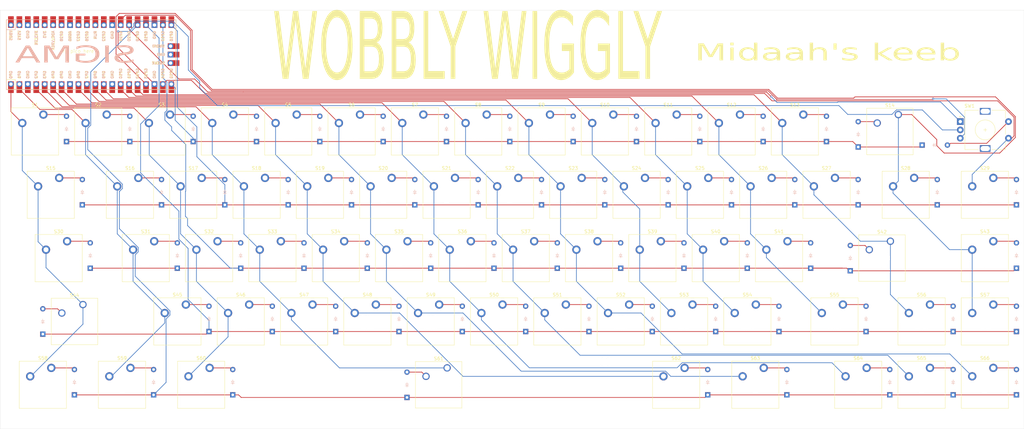
<source format=kicad_pcb>
(kicad_pcb (version 20241229) (generator "pcbnew") (generator_version "9.0")
  (layers (0 "F.Cu" signal) (2 "B.Cu" signal) (13 "F.Paste" user) (15 "B.Paste" user) (5 "F.SilkS" user "F.Silkscreen") (7 "B.SilkS" user "B.Silkscreen") (1 "F.Mask" user) (3 "B.Mask" user) (25 "Edge.Cuts" user))
  (net 0 "")
  (net 1 "Net-(D1-A)")
  (net 2 "Row 1")
  (net 3 "Net-(D16-A)")
  (net 4 "Net-(D2-A)")
  (net 5 "Net-(D17-A)")
  (net 6 "Net-(D3-A)")
  (net 7 "Net-(D4-A)")
  (net 8 "Net-(D18-A)")
  (net 9 "Net-(D5-A)")
  (net 10 "Net-(D19-A)")
  (net 11 "Net-(D20-A)")
  (net 12 "Net-(D6-A)")
  (net 13 "Net-(D7-A)")
  (net 14 "Net-(D21-A)")
  (net 15 "Net-(D22-A)")
  (net 16 "Net-(D8-A)")
  (net 17 "Net-(D9-A)")
  (net 18 "Net-(D23-A)")
  (net 19 "Net-(D15-A)")
  (net 20 "Net-(D10-A)")
  (net 21 "Row 2")
  (net 22 "Net-(D11-A)")
  (net 23 "Net-(D24-A)")
  (net 24 "Net-(D12-A)")
  (net 25 "Net-(D13-A)")
  (net 26 "Net-(D25-A)")
  (net 27 "Net-(D26-A)")
  (net 28 "Net-(D14-A)")
  (net 29 "Net-(D27-A)")
  (net 30 "Net-(D28-A)")
  (net 31 "Net-(D29-A)")
  (net 32 "Row 3")
  (net 33 "Net-(D30-A)")
  (net 34 "Net-(D31-A)")
  (net 35 "Net-(D32-A)")
  (net 36 "Net-(D33-A)")
  (net 37 "Net-(D34-A)")
  (net 38 "Net-(D35-A)")
  (net 39 "Net-(D36-A)")
  (net 40 "Net-(D37-A)")
  (net 41 "Net-(D38-A)")
  (net 42 "Net-(D39-A)")
  (net 43 "Net-(D40-A)")
  (net 44 "Net-(D41-A)")
  (net 45 "Net-(D42-A)")
  (net 46 "Net-(D43-A)")
  (net 47 "Row 4")
  (net 48 "Net-(D44-A)")
  (net 49 "Net-(D45-A)")
  (net 50 "Net-(D46-A)")
  (net 51 "Net-(D47-A)")
  (net 52 "Net-(D48-A)")
  (net 53 "Net-(D49-A)")
  (net 54 "Net-(D50-A)")
  (net 55 "Net-(D51-A)")
  (net 56 "Net-(D52-A)")
  (net 57 "Net-(D53-A)")
  (net 58 "Net-(D54-A)")
  (net 59 "Net-(D55-A)")
  (net 62 "Net-(D56-A)")
  (net 63 "Net-(D57-A)")
  (net 64 "Row 5")
  (net 65 "Net-(D58-A)")
  (net 67 "Net-(D59-A)")
  (net 68 "Net-(D60-A)")
  (net 69 "Net-(D61-A)")
  (net 70 "Net-(D62-A)")
  (net 71 "Net-(D63-A)")
  (net 72 "Net-(D64-A)")
  (net 75 "Net-(D65-A)")
  (net 76 "Net-(D66-A)")
  (net 77 "Col 1")
  (net 78 "Col 2")
  (net 79 "Col 3")
  (net 82 "Col 4")
  (net 83 "Col 5")
  (net 84 "Col 6")
  (net 86 "Col 7")
  (net 87 "Col 8")
  (net 88 "Col 9")
  (net 89 "Col 10")
  (net 90 "Col 11")
  (net 91 "Col 12")
  (net 92 "Col 13")
  (net 94 "Col 14")
  (net 99 "Col 15")
  (net 100 "GPIO20")
  (net 101 "GND")
  (net 103 "GPIO21")
  (net 104 "Net-(D67-A)")
  (footprint "ScottoKeebs_MX:MX_PCB_1.00u" (layer "F.Cu") (at 185.085 163.88)
    (property "Reference" "S50")
    (property "Value" "Keyswitch")
  )
  (footprint "ScottoKeebs_MX:MX_PCB_1.00u" (layer "F.Cu") (at 237.4725 106.73)
    (property "Reference" "S11")
    (property "Value" "Keyswitch")
  )
  (footprint "Button_Switch_Keyboard:SW_Cherry_MX_2.00u_PCB" (layer "F.Cu") (at 306.6875 101.65)
    (property "Reference" "S14")
    (property "Value" "Keyswitch")
  )
  (footprint "ScottoKeebs_MX:MX_PCB_1.00u" (layer "F.Cu") (at 270.81 144.83)
    (property "Reference" "S41")
    (property "Value" "Keyswitch")
  )
  (footprint "ScottoKeebs_MX:MX_PCB_1.00u" (layer "F.Cu") (at 261.285 163.88)
    (property "Reference" "S54")
    (property "Value" "Keyswitch")
  )
  (footprint "ScottoKeebs_MX:MX_PCB_1.50u" (layer "F.Cu") (at 308.91 125.78)
    (property "Reference" "S28")
    (property "Value" "Keyswitch")
  )
  (footprint "Button_Switch_Keyboard:SW_Cherry_MX_6.25u_PCB" (layer "F.Cu") (at 170.9625 177.85)
    (property "Reference" "S61")
    (property "Value" "Keyswitch")
  )
  (footprint "ScottoKeebs_MX:MX_PCB_1.25u" (layer "F.Cu") (at 239.85375 182.93)
    (property "Reference" "S62")
    (property "Value" "Keyswitch")
  )
  (footprint "ScottoKeebs_MX:MX_PCB_1.00u" (layer "F.Cu") (at 137.46 144.83)
    (property "Reference" "S34")
    (property "Value" "Keyswitch")
  )
  (footprint "ScottoKeebs_MX:MX_PCB_1.00u" (layer "F.Cu") (at 313.6725 182.93)
    (property "Reference" "S65")
    (property "Value" "Keyswitch")
  )
  (footprint "ScottoKeebs_MX:MX_PCB_1.00u" (layer "F.Cu") (at 208.8975 125.78)
    (property "Reference" "S23")
    (property "Value" "Keyswitch")
  )
  (footprint "ScottoKeebs_MX:MX_PCB_1.00u" (layer "F.Cu") (at 166.035 163.88)
    (property "Reference" "S49")
    (property "Value" "Keyswitch")
  )
  (footprint "ScottoKeebs_MX:MX_PCB_1.00u" (layer "F.Cu") (at 232.71 144.83)
    (property "Reference" "S39")
    (property "Value" "Keyswitch")
  )
  (footprint "ScottoKeebs_MX:MX_PCB_1.00u" (layer "F.Cu") (at 85.0725 106.73)
    (property "Reference" "S3")
    (property "Value" "Keyswitch")
  )
  (footprint "ScottoKeebs_MX:MX_PCB_1.00u" (layer "F.Cu") (at 156.51 144.83)
    (property "Reference" "S35")
    (property "Value" "Keyswitch")
  )
  (footprint "Button_Switch_Keyboard:SW_Cherry_MX_2.25u_PCB" (layer "F.Cu") (at 304.30625 139.75)
    (property "Reference" "S42")
    (property "Value" "Keyswitch")
  )
  (footprint "ScottoKeebs_MX:MX_PCB_1.00u" (layer "F.Cu") (at 189.8475 125.78)
    (property "Reference" "S22")
    (property "Value" "Keyswitch")
  )
  (footprint "ScottoKeebs_MX:MX_PCB_1.00u" (layer "F.Cu") (at 175.56 144.83)
    (property "Reference" "S36")
    (property "Value" "Keyswitch")
  )
  (footprint "ScottoKeebs_MX:MX_PCB_1.00u" (layer "F.Cu") (at 332.7225 182.93)
    (property "Reference" "S66")
    (property "Value" "Keyswitch")
  )
  (footprint "ScottoKeebs_MX:MX_PCB_1.00u" (layer "F.Cu") (at 194.61 144.83)
    (property "Reference" "S37")
    (property "Value" "Keyswitch")
  )
  (footprint "ScottoKeebs_MX:MX_PCB_1.00u" (layer "F.Cu") (at 146.985 163.88)
    (property "Reference" "S48")
    (property "Value" "Keyswitch")
  )
  (footprint "ScottoKeebs_MX:MX_PCB_1.25u" (layer "F.Cu") (at 263.66625 182.93)
    (property "Reference" "S63")
    (property "Value" "Keyswitch")
  )
  (footprint "Button_Switch_Keyboard:SW_Cherry_MX_2.25u_PCB" (layer "F.Cu") (at 61.41875 158.8)
    (property "Reference" "S44")
    (property "Value" "Keyswitch")
  )
  (footprint "ScottoKeebs_MX:MX_PCB_1.00u" (layer "F.Cu") (at 89.835 163.88)
    (property "Reference" "S45")
    (property "Value" "Keyswitch")
  )
  (footprint "ScottoKeebs_MX:MX_PCB_1.00u" (layer "F.Cu") (at 132.6975 125.78)
    (property "Reference" "S19")
    (property "Value" "Keyswitch")
  )
  (footprint "ScottoKeebs_MX:MX_PCB_1.00u" (layer "F.Cu") (at 142.2225 106.73)
    (property "Reference" "S6")
    (property "Value" "Keyswitch")
  )
  (footprint "ScottoKeebs_MX:MX_PCB_1.00u" (layer "F.Cu") (at 118.41 144.83)
    (property "Reference" "S33")
    (property "Value" "Keyswitch")
  )
  (footprint "Rotary_Encoder:RotaryEncoder_Alps_EC11E-Switch_Vertical_H20mm" (layer "F.Cu") (at 325.32 103.76)
    (property "Reference" "SW1")
    (property "Value" "RotaryEncoder_Switch")
  )
  (footprint "ScottoKeebs_MX:MX_PCB_1.00u" (layer "F.Cu") (at 161.2725 106.73)
    (property "Reference" "S7")
    (property "Value" "Keyswitch")
  )
  (footprint "ScottoKeebs_MX:MX_PCB_1.00u" (layer "F.Cu") (at 223.185 163.88)
    (property "Reference" "S52")
    (property "Value" "Keyswitch")
  )
  (footprint "ScottoKeebs_MX:MX_PCB_1.00u" (layer "F.Cu") (at 127.935 163.88)
    (property "Reference" "S47")
    (property "Value" "Keyswitch")
  )
  (footprint "ScottoKeebs_MX:MX_PCB_1.00u" (layer "F.Cu") (at 218.4225 106.73)
    (property "Reference" "S10")
    (property "Value" "Keyswitch")
  )
  (footprint "ScottoKeebs_MX:MX_PCB_1.00u" (layer "F.Cu") (at 80.31 144.83)
    (property "Reference" "S31")
    (property "Value" "Keyswitch")
  )
  (footprint "ScottoKeebs_MX:MX_PCB_1.00u" (layer "F.Cu") (at 313.6725 163.88)
    (property "Reference" "S56")
    (property "Value" "Keyswitch")
  )
  (footprint "ScottoKeebs_MX:MX_PCB_1.00u" (layer "F.Cu") (at 246.9975 125.78)
    (property "Reference" "S25")
    (property "Value" "Keyswitch")
  )
  (footprint "ScottoKeebs_MX:MX_PCB_1.00u" (layer "F.Cu") (at 108.885 163.88)
    (property "Reference" "S46")
    (property "Value" "Keyswitch")
  )
  (footprint "ScottoKeebs_MX:MX_PCB_1.00u" (layer "F.Cu") (at 294.6225 182.93)
    (property "Reference" "S64")
    (property "Value" "Keyswitch")
  )
  (footprint "ScottoKeebs_MX:MX_PCB_1.00u" (layer "F.Cu") (at 113.6475 125.78)
    (property "Reference" "S18")
    (property "Value" "Keyswitch")
  )
  (footprint "ScottoKeebs_MX:MX_PCB_1.00u" (layer "F.Cu") (at 123.1725 106.73)
    (property "Reference" "S5")
    (property "Value" "Keyswitch")
  )
  (footprint "ScottoKeebs_MX:MX_PCB_1.00u" (layer "F.Cu") (at 75.5475 125.78)
    (property "Reference" "S16")
    (property "Value" "Keyswitch")
  )
  (footprint "ScottoKeebs_MX:MX_PCB_1.00u" (layer "F.Cu") (at 227.9475 125.78)
    (property "Reference" "S24")
    (property "Value" "Keyswitch")
  )
  (footprint "ScottoKeebs_MX:MX_PCB_1.00u" (layer "F.Cu") (at 66.0225 106.73)
    (property "Reference" "S2")
    (property "Value" "Keyswitch")
  )
  (footprint "ScottoKeebs_MX:MX_PCB_1.00u" (layer "F.Cu") (at 204.135 163.88)
    (property "Reference" "S51")
    (property "Value" "Keyswitch")
  )
  (footprint "ScottoKeebs_MX:MX_PCB_1.00u" (layer "F.Cu") (at 170.7975 125.78)
    (property "Reference" "S21")
    (property "Value" "Keyswitch")
  )
  (footprint "ScottoKeebs_MX:MX_PCB_1.00u" (layer "F.Cu") (at 104.1225 106.73)
    (property "Reference" "S4")
    (property "Value" "Keyswitch")
  )
  (footprint "ScottoKeebs_MX:MX_PCB_1.75u" (layer "F.Cu") (at 287.47875 163.88)
    (property "Reference" "S55")
    (property "Value" "Keyswitch")
  )
  (footprint "ScottoKeebs_MX:MX_PCB_1.00u" (layer "F.Cu") (at 213.66 144.83)
    (property "Reference" "S38")
    (property "Value" "Keyswitch")
  )
  (footprint "ScottoKeebs_MX:MX_PCB_1.00u" (layer "F.Cu") (at 242.235 163.88)
    (property "Reference" "S53")
    (property "Value" "Keyswitch")
  )
  (footprint "ScottoKeebs_MX:MX_PCB_1.00u" (layer "F.Cu") (at 275.5725 106.73)
    (property "Reference" "S13")
    (property "Value" "Keyswitch")
  )
  (footprint "ScottoKeebs_MX:MX_PCB_1.00u" (layer "F.Cu") (at 199.3725 106.73)
    (property "Reference" "S9")
    (property "Value" "Keyswitch")
  )
  (footprint "ScottoKeebs_MX:MX_PCB_1.25u" (layer "F.Cu") (at 73.16625 182.93)
    (property "Reference" "S59")
    (property "Value" "Keyswitch")
  )
  (footprint "ScottoKeebs_MX:MX_PCB_1.00u" (layer "F.Cu") (at 151.7475 125.78)
    (property "Reference" "S20")
    (property "Value" "Keyswitch")
  )
  (footprint "ScottoKeebs_MX:MX_PCB_1.00u" (layer "F.Cu") (at 332.7225 144.83)
    (property "Reference" "S43")
    (property "Value" "Keyswitch")
  )
  (footprint "ScottoKeebs_MX:MX_PCB_1.00u" (layer "F.Cu") (at 94.5975 125.78)
    (property "Reference" "S17")
    (property "Value" "Keyswitch")
  )
  (footprint "ScottoKeebs_MX:MX_PCB_1.00u" (layer "F.Cu") (at 332.7225 125.78)
    (property "Reference" "S29")
    (property "Value" "Keyswitch")
  )
  (footprint "ScottoKeebs_MCU:Raspberry_Pi_Pico" (layer "F.Cu") (at 63.88 83.61 90)
    (property "Reference" "U1" (hide yes))
    (property "Value" "Raspberry_Pi_Pico" (hide yes))
  )
  (footprint "ScottoKeebs_MX:MX_PCB_1.00u" (layer "F.Cu") (at 266.0475 125.78)
    (property "Reference" "S26")
    (property "Value" "Keyswitch")
  )
  (footprint "ScottoKeebs_MX:MX_PCB_1.00u" (layer "F.Cu") (at 251.76 144.83)
    (property "Reference" "S40")
    (property "Value" "Keyswitch")
  )
  (footprint "ScottoKeebs_MX:MX_PCB_1.25u" (layer "F.Cu") (at 96.97875 182.93)
    (property "Reference" "S60")
    (property "Value" "Keyswitch")
  )
  (footprint "ScottoKeebs_MX:MX_PCB_1.25u" (layer "F.Cu") (at 49.35375 182.93)
    (property "Reference" "S58")
    (property "Value" "Keyswitch")
  )
  (footprint "ScottoKeebs_MX:MX_PCB_1.00u" (layer "F.Cu") (at 285.0975 125.78)
    (property "Reference" "S27")
    (property "Value" "Keyswitch")
  )
  (footprint "ScottoKeebs_MX:MX_PCB_1.00u" (layer "F.Cu") (at 332.7225 163.88)
    (property "Reference" "S57")
    (property "Value" "Keyswitch")
  )
  (footprint "ScottoKeebs_MX:MX_PCB_1.00u" (layer "F.Cu") (at 46.9725 106.73)
    (property "Reference" "S1")
    (property "Value" "Keyswitch")
  )
  (footprint "ScottoKeebs_MX:MX_PCB_1.75u" (layer "F.Cu") (at 54.11625 144.83)
    (property "Reference" "S30")
    (property "Value" "Keyswitch")
  )
  (footprint "ScottoKeebs_MX:MX_PCB_1.50u" (layer "F.Cu") (at 51.735 125.78)
    (property "Reference" "S15")
    (property "Value" "Keyswitch")
  )
  (footprint "ScottoKeebs_MX:MX_PCB_1.00u" (layer "F.Cu") (at 256.5225 106.73)
    (property "Reference" "S12")
    (property "Value" "Keyswitch")
  )
  (footprint "ScottoKeebs_MX:MX_PCB_1.00u" (layer "F.Cu") (at 180.3225 106.73)
    (property "Reference" "S8")
    (property "Value" "Keyswitch")
  )
  (footprint "ScottoKeebs_MX:MX_PCB_1.00u" (layer "F.Cu") (at 99.36 144.83)
    (property "Reference" "S32")
    (property "Value" "Keyswitch")
  )
  (footprint "ScottoKeebs_Components:Diode_DO-35" (layer "B.Cu") (at 49.35375 167.69 90)
    (property "Reference" "D44" (hide yes))
    (property "Value" "Diode" (hide yes))
  )
  (footprint "ScottoKeebs_Components:Diode_DO-35" (layer "B.Cu") (at 275.5475 128.81 90)
    (property "Reference" "D26" (hide yes))
    (property "Value" "Diode" (hide yes))
  )
  (footprint "ScottoKeebs_Components:Diode_DO-35" (layer "B.Cu") (at 194.585 166.91 90)
    (property "Reference" "D50" (hide yes))
    (property "Value" "Diode" (hide yes))
  )
  (footprint "ScottoKeebs_Components:Diode_DO-35" (layer "B.Cu") (at 85.0475 128.81 90)
    (property "Reference" "D16" (hide yes))
    (property "Value" "Diode" (hide yes))
  )
  (footprint "ScottoKeebs_Components:Diode_DO-35" (layer "B.Cu") (at 166.01 147.86 90)
    (property "Reference" "D35" (hide yes))
    (property "Value" "Diode" (hide yes))
  )
  (footprint "ScottoKeebs_Components:Diode_DO-35" (layer "B.Cu") (at 204.11 147.86 90)
    (property "Reference" "D37" (hide yes))
    (property "Value" "Diode" (hide yes))
  )
  (footprint "ScottoKeebs_Components:Diode_DO-35" (layer "B.Cu") (at 189.8225 109.76 90)
    (property "Reference" "D8" (hide yes))
    (property "Value" "Diode" (hide yes))
  )
  (footprint "ScottoKeebs_Components:Diode_DO-35" (layer "B.Cu") (at 61.235 128.81 90)
    (property "Reference" "D15" (hide yes))
    (property "Value" "Diode" (hide yes))
  )
  (footprint "ScottoKeebs_Components:Diode_DO-35" (layer "B.Cu") (at 292.24125 148.64 90)
    (property "Reference" "D42" (hide yes))
    (property "Value" "Diode" (hide yes))
  )
  (footprint "ScottoKeebs_Components:Diode_DO-35" (layer "B.Cu") (at 146.96 147.86 90)
    (property "Reference" "D34" (hide yes))
    (property "Value" "Diode" (hide yes))
  )
  (footprint "ScottoKeebs_Components:Diode_DO-35" (layer "B.Cu") (at 58.85375 185.96 90)
    (property "Reference" "D58" (hide yes))
    (property "Value" "Diode" (hide yes))
  )
  (footprint "ScottoKeebs_Components:Diode_DO-35" (layer "B.Cu") (at 294.5975 128.81 90)
    (property "Reference" "D27" (hide yes))
    (property "Value" "Diode" (hide yes))
  )
  (footprint "ScottoKeebs_Components:Diode_DO-35" (layer "B.Cu") (at 246.9725 109.76 90)
    (property "Reference" "D11" (hide yes))
    (property "Value" "Diode" (hide yes))
  )
  (footprint "ScottoKeebs_Components:Diode_DO-35" (layer "B.Cu") (at 170.7725 109.76 90)
    (property "Reference" "D7" (hide yes))
    (property "Value" "Diode" (hide yes))
  )
  (footprint "ScottoKeebs_Components:Diode_DO-35" (layer "B.Cu") (at 199.3475 128.81 90)
    (property "Reference" "D22" (hide yes))
    (property "Value" "Diode" (hide yes))
  )
  (footprint "ScottoKeebs_Components:Diode_DO-35" (layer "B.Cu") (at 218.3975 128.81 90)
    (property "Reference" "D23" (hide yes))
    (property "Value" "Diode" (hide yes))
  )
  (footprint "ScottoKeebs_Components:Diode_DO-35" (layer "B.Cu") (at 106.47875 185.96 90)
    (property "Reference" "D60" (hide yes))
    (property "Value" "Diode" (hide yes))
  )
  (footprint "ScottoKeebs_Components:Diode_DO-35" (layer "B.Cu") (at 342.2225 185.96 90)
    (property "Reference" "D66" (hide yes))
    (property "Value" "Diode" (hide yes))
  )
  (footprint "ScottoKeebs_Components:Diode_DO-35" (layer "B.Cu") (at 227.9225 109.76 90)
    (property "Reference" "D10" (hide yes))
    (property "Value" "Diode" (hide yes))
  )
  (footprint "ScottoKeebs_Components:Diode_DO-35" (layer "B.Cu") (at 323.1725 185.96 90)
    (property "Reference" "D65" (hide yes))
    (property "Value" "Diode" (hide yes))
  )
  (footprint "ScottoKeebs_Components:Diode_DO-35" (layer "B.Cu") (at 127.91 147.86 90)
    (property "Reference" "D33" (hide yes))
    (property "Value" "Diode" (hide yes))
  )
  (footprint "ScottoKeebs_Components:Diode_DO-35" (layer "B.Cu") (at 89.81 147.86 90)
    (property "Reference" "D31" (hide yes))
    (property "Value" "Diode" (hide yes))
  )
  (footprint "ScottoKeebs_Components:Diode_DO-35" (layer "B.Cu") (at 273.16625 185.96 90)
    (property "Reference" "D63" (hide yes))
    (property "Value" "Diode" (hide yes))
  )
  (footprint "ScottoKeebs_Components:Diode_DO-35" (layer "B.Cu") (at 104.0975 128.81 90)
    (property "Reference" "D17" (hide yes))
    (property "Value" "Diode" (hide yes))
  )
  (footprint "ScottoKeebs_Components:Diode_DO-35" (layer "B.Cu") (at 342.2225 147.86 90)
    (property "Reference" "D43" (hide yes))
    (property "Value" "Diode" (hide yes))
  )
  (footprint "ScottoKeebs_Components:Diode_DO-35" (layer "B.Cu") (at 99.335 166.91 90)
    (property "Reference" "D45" (hide yes))
    (property "Value" "Diode" (hide yes))
  )
  (footprint "ScottoKeebs_Components:Diode_DO-35" (layer "B.Cu") (at 223.16 147.86 90)
    (property "Reference" "D38" (hide yes))
    (property "Value" "Diode" (hide yes))
  )
  (footprint "ScottoKeebs_Components:Diode_DO-35" (layer "B.Cu") (at 323.1725 166.91 90)
    (property "Reference" "D56" (hide yes))
    (property "Value" "Diode" (hide yes))
  )
  (footprint "ScottoKeebs_Components:Diode_DO-35" (layer "B.Cu") (at 158.89125 186.74 90)
    (property "Reference" "D61" (hide yes))
    (property "Value" "Diode" (hide yes))
  )
  (footprint "ScottoKeebs_Components:Diode_DO-35" (layer "B.Cu") (at 261.26 147.86 90)
    (property "Reference" "D40" (hide yes))
    (property "Value" "Diode" (hide yes))
  )
  (footprint "ScottoKeebs_Components:Diode_DO-35" (layer "B.Cu") (at 123.1475 128.81 90)
    (property "Reference" "D18" (hide yes))
    (property "Value" "Diode" (hide yes))
  )
  (footprint "ScottoKeebs_Components:Diode_DO-35" (layer "B.Cu") (at 251.735 166.91 90)
    (property "Reference" "D53" (hide yes))
    (property "Value" "Diode" (hide yes))
  )
  (footprint "ScottoKeebs_Components:Diode_DO-35" (layer "B.Cu") (at 270.785 166.91 90)
    (property "Reference" "D54" (hide yes))
    (property "Value" "Diode" (hide yes))
  )
  (footprint "ScottoKeebs_Components:Diode_DO-35" (layer "B.Cu") (at 108.86 147.86 90)
    (property "Reference" "D32" (hide yes))
    (property "Value" "Diode" (hide yes))
  )
  (footprint "ScottoKeebs_Components:Diode_DO-35" (layer "B.Cu") (at 161.2475 128.81 90)
    (property "Reference" "D20" (hide yes))
    (property "Value" "Diode" (hide yes))
  )
  (footprint "ScottoKeebs_Components:Diode_DO-35" (layer "B.Cu") (at 132.6725 109.76 90)
    (property "Reference" "D5" (hide yes))
    (property "Value" "Diode" (hide yes))
  )
  (footprint "ScottoKeebs_Components:Diode_DO-35" (layer "B.Cu") (at 113.6225 109.76 90)
    (property "Reference" "D4" (hide yes))
    (property "Value" "Diode" (hide yes))
  )
  (footprint "ScottoKeebs_Components:Diode_DO-35" (layer "B.Cu") (at 213.635 166.91 90)
    (property "Reference" "D51" (hide yes))
    (property "Value" "Diode" (hide yes))
  )
  (footprint "ScottoKeebs_Components:Diode_DO-35" (layer "B.Cu") (at 94.5725 109.76 90)
    (property "Reference" "D3" (hide yes))
    (property "Value" "Diode" (hide yes))
  )
  (footprint "ScottoKeebs_Components:Diode_DO-35" (layer "B.Cu") (at 142.1975 128.81 90)
    (property "Reference" "D19" (hide yes))
    (property "Value" "Diode" (hide yes))
  )
  (footprint "ScottoKeebs_Components:Diode_DO-35" (layer "B.Cu") (at 313.84 110.82)
    (property "Reference" "D67" (hide yes))
    (property "Value" "Diode" (hide yes))
  )
  (footprint "ScottoKeebs_Components:Diode_DO-35" (layer "B.Cu") (at 185.06 147.86 90)
    (property "Reference" "D36" (hide yes))
    (property "Value" "Diode" (hide yes))
  )
  (footprint "ScottoKeebs_Components:Diode_DO-35" (layer "B.Cu") (at 63.61625 147.86 90)
    (property "Reference" "D30" (hide yes))
    (property "Value" "Diode" (hide yes))
  )
  (footprint "ScottoKeebs_Components:Diode_DO-35" (layer "B.Cu") (at 296.97875 166.91 90)
    (property "Reference" "D55" (hide yes))
    (property "Value" "Diode" (hide yes))
  )
  (footprint "ScottoKeebs_Components:Diode_DO-35" (layer "B.Cu") (at 118.385 166.91 90)
    (property "Reference" "D46" (hide yes))
    (property "Value" "Diode" (hide yes))
  )
  (footprint "ScottoKeebs_Components:Diode_DO-35" (layer "B.Cu") (at 75.5225 109.76 90)
    (property "Reference" "D2" (hide yes))
    (property "Value" "Diode" (hide yes))
  )
  (footprint "ScottoKeebs_Components:Diode_DO-35" (layer "B.Cu") (at 318.41 128.81 90)
    (property "Reference" "D28" (hide yes))
    (property "Value" "Diode" (hide yes))
  )
  (footprint "ScottoKeebs_Components:Diode_DO-35" (layer "B.Cu") (at 151.7225 109.76 90)
    (property "Reference" "D6" (hide yes))
    (property "Value" "Diode" (hide yes))
  )
  (footprint "ScottoKeebs_Components:Diode_DO-35" (layer "B.Cu") (at 294.6225 111.3975 90)
    (property "Reference" "D14" (hide yes))
    (property "Value" "Diode" (hide yes))
  )
  (footprint "ScottoKeebs_Components:Diode_DO-35" (layer "B.Cu") (at 208.8725 109.76 90)
    (property "Reference" "D9" (hide yes))
    (property "Value" "Diode" (hide yes))
  )
  (footprint "ScottoKeebs_Components:Diode_DO-35" (layer "B.Cu") (at 304.1225 185.96 90)
    (property "Reference" "D64" (hide yes))
    (property "Value" "Diode" (hide yes))
  )
  (footprint "ScottoKeebs_Components:Diode_DO-35" (layer "B.Cu") (at 280.31 147.86 90)
    (property "Reference" "D41" (hide yes))
    (property "Value" "Diode" (hide yes))
  )
  (footprint "ScottoKeebs_Components:Diode_DO-35" (layer "B.Cu") (at 56.4725 109.76 90)
    (property "Reference" "D1" (hide yes))
    (property "Value" "Diode" (hide yes))
  )
  (footprint "ScottoKeebs_Components:Diode_DO-35" (layer "B.Cu") (at 232.685 166.91 90)
    (property "Reference" "D52" (hide yes))
    (property "Value" "Diode" (hide yes))
  )
  (footprint "ScottoKeebs_Components:Diode_DO-35" (layer "B.Cu") (at 180.2975 128.81 90)
    (property "Reference" "D21" (hide yes))
    (property "Value" "Diode" (hide yes))
  )
  (footprint "ScottoKeebs_Components:Diode_DO-35" (layer "B.Cu") (at 342.2225 128.81 90)
    (property "Reference" "D29" (hide yes))
    (property "Value" "Diode" (hide yes))
  )
  (footprint "ScottoKeebs_Components:Diode_DO-35" (layer "B.Cu") (at 342.2225 166.91 90)
    (property "Reference" "D57" (hide yes))
    (property "Value" "Diode" (hide yes))
  )
  (footprint "ScottoKeebs_Components:Diode_DO-35" (layer "B.Cu") (at 156.485 166.91 90)
    (property "Reference" "D48" (hide yes))
    (property "Value" "Diode" (hide yes))
  )
  (footprint "ScottoKeebs_Components:Diode_DO-35" (layer "B.Cu") (at 137.435 166.91 90)
    (property "Reference" "D47" (hide yes))
    (property "Value" "Diode" (hide yes))
  )
  (footprint "ScottoKeebs_Components:Diode_DO-35" (layer "B.Cu") (at 82.66625 185.96 90)
    (property "Reference" "D59" (hide yes))
    (property "Value" "Diode" (hide yes))
  )
  (footprint "ScottoKeebs_Components:Diode_DO-35" (layer "B.Cu") (at 237.4475 128.81 90)
    (property "Reference" "D24" (hide yes))
    (property "Value" "Diode" (hide yes))
  )
  (footprint "ScottoKeebs_Components:Diode_DO-35" (layer "B.Cu") (at 242.21 147.86 90)
    (property "Reference" "D39" (hide yes))
    (property "Value" "Diode" (hide yes))
  )
  (footprint "ScottoKeebs_Components:Diode_DO-35" (layer "B.Cu") (at 249.35375 185.96 90)
    (property "Reference" "D62" (hide yes))
    (property "Value" "Diode" (hide yes))
  )
  (footprint "ScottoKeebs_Components:Diode_DO-35" (layer "B.Cu") (at 285.0725 109.76 90)
    (property "Reference" "D13" (hide yes))
    (property "Value" "Diode" (hide yes))
  )
  (footprint "ScottoKeebs_Components:Diode_DO-35" (layer "B.Cu") (at 175.535 166.91 90)
    (property "Reference" "D49" (hide yes))
    (property "Value" "Diode" (hide yes))
  )
  (footprint "ScottoKeebs_Components:Diode_DO-35" (layer "B.Cu") (at 256.4975 128.81 90)
    (property "Reference" "D25" (hide yes))
    (property "Value" "Diode" (hide yes))
  )
  (footprint "ScottoKeebs_Components:Diode_DO-35" (layer "B.Cu") (at 266.0225 109.76 90)
    (property "Reference" "D12" (hide yes))
    (property "Value" "Diode" (hide yes))
  )
  (gr_rect (start 36.49 70.22) (end 344.49 196.22) (stroke (width 0.05)) (fill no) (layer "Edge.Cuts"))
  (gr_text "Midaah's keeb" (at 245.42 86.18 0) (layer "F.SilkS") (effects (font (size 5 8) (thickness 0.1)) (justify left bottom)))
  (gr_text "WOBBLY WIGGLY" (at 118.47 94.3 0) (layer "F.SilkS") (effects (font (size 20 10) (thickness 0.1)) (justify left bottom)))
  (gr_text "rp pico here" (at 55.25 83.15 0) (layer "F.SilkS") (effects (font (size 1 1) (thickness 0.1)) (justify left bottom)))
  (gr_text "SIGMA" (at 77.4 86.83 0) (layer "B.SilkS") (effects (font (size 5 8) (thickness 0.1)) (justify left bottom mirror)))
  (segment (start 55.9825 101.65) (end 56.4725 102.14) (width 0.2) (layer "F.Cu") (net 1))
  (segment (start 49.5125 101.65) (end 55.9825 101.65) (width 0.2) (layer "F.Cu") (net 1))
  (segment (start 292.985 109.76) (end 294.6225 111.3975) (width 0.2) (layer "F.Cu") (net 2))
  (segment (start 313.6825 111.3975) (end 313.99 111.09) (width 0.2) (layer "F.Cu") (net 2))
  (segment (start 285.0725 109.76) (end 292.985 109.76) (width 0.2) (layer "F.Cu") (net 2))
  (segment (start 56.4725 109.76) (end 285.0725 109.76) (width 0.2) (layer "F.Cu") (net 2))
  (segment (start 294.6225 111.3975) (end 313.6825 111.3975) (width 0.2) (layer "F.Cu") (net 2))
  (segment (start 89.1635 93.6535) (end 89.1635 103.351) (width 0.2) (layer "B.Cu") (net 2))
  (segment (start 88.01 92.5) (end 89.1635 93.6535) (width 0.2) (layer "B.Cu") (net 2))
  (segment (start 94.5725 108.76) (end 94.5725 109.76) (width 0.2) (layer "B.Cu") (net 2))
  (segment (start 89.1635 103.351) (end 94.5725 108.76) (width 0.2) (layer "B.Cu") (net 2))
  (segment (start 78.0875 120.7) (end 84.5575 120.7) (width 0.2) (layer "F.Cu") (net 3))
  (segment (start 84.5575 120.7) (end 85.0475 121.19) (width 0.2) (layer "F.Cu") (net 3))
  (segment (start 75.0325 101.65) (end 75.5225 102.14) (width 0.2) (layer "F.Cu") (net 4))
  (segment (start 68.5625 101.65) (end 75.0325 101.65) (width 0.2) (layer "F.Cu") (net 4))
  (segment (start 103.6075 120.7) (end 104.0975 121.19) (width 0.2) (layer "F.Cu") (net 5))
  (segment (start 97.1375 120.7) (end 103.6075 120.7) (width 0.2) (layer "F.Cu") (net 5))
  (segment (start 87.6125 101.65) (end 94.0825 101.65) (width 0.2) (layer "F.Cu") (net 6))
  (segment (start 94.0825 101.65) (end 94.5725 102.14) (width 0.2) (layer "F.Cu") (net 6))
  (segment (start 106.6625 101.65) (end 113.1325 101.65) (width 0.2) (layer "F.Cu") (net 7))
  (segment (start 113.1325 101.65) (end 113.6225 102.14) (width 0.2) (layer "F.Cu") (net 7))
  (segment (start 116.1875 120.7) (end 122.6575 120.7) (width 0.2) (layer "F.Cu") (net 8))
  (segment (start 122.6575 120.7) (end 123.1475 121.19) (width 0.2) (layer "F.Cu") (net 8))
  (segment (start 132.1825 101.65) (end 132.6725 102.14) (width 0.2) (layer "F.Cu") (net 9))
  (segment (start 125.7125 101.65) (end 132.1825 101.65) (width 0.2) (layer "F.Cu") (net 9))
  (segment (start 135.2375 120.7) (end 141.7075 120.7) (width 0.2) (layer "F.Cu") (net 10))
  (segment (start 141.7075 120.7) (end 142.1975 121.19) (width 0.2) (layer "F.Cu") (net 10))
  (segment (start 154.2875 120.7) (end 160.7575 120.7) (width 0.2) (layer "F.Cu") (net 11))
  (segment (start 160.7575 120.7) (end 161.2475 121.19) (width 0.2) (layer "F.Cu") (net 11))
  (segment (start 144.7625 101.65) (end 151.2325 101.65) (width 0.2) (layer "F.Cu") (net 12))
  (segment (start 151.2325 101.65) (end 151.7225 102.14) (width 0.2) (layer "F.Cu") (net 12))
  (segment (start 170.2825 101.65) (end 170.7725 102.14) (width 0.2) (layer "F.Cu") (net 13))
  (segment (start 163.8125 101.65) (end 170.2825 101.65) (width 0.2) (layer "F.Cu") (net 13))
  (segment (start 179.8075 120.7) (end 180.2975 121.19) (width 0.2) (layer "F.Cu") (net 14))
  (segment (start 173.3375 120.7) (end 179.8075 120.7) (width 0.2) (layer "F.Cu") (net 14))
  (segment (start 192.3875 120.7) (end 198.8575 120.7) (width 0.2) (layer "F.Cu") (net 15))
  (segment (start 198.8575 120.7) (end 199.3475 121.19) (width 0.2) (layer "F.Cu") (net 15))
  (segment (start 189.3325 101.65) (end 189.8225 102.14) (width 0.2) (layer "F.Cu") (net 16))
  (segment (start 182.8625 101.65) (end 189.3325 101.65) (width 0.2) (layer "F.Cu") (net 16))
  (segment (start 208.3825 101.65) (end 208.8725 102.14) (width 0.2) (layer "F.Cu") (net 17))
  (segment (start 201.9125 101.65) (end 208.3825 101.65) (width 0.2) (layer "F.Cu") (net 17))
  (segment (start 211.4375 120.7) (end 217.9075 120.7) (width 0.2) (layer "F.Cu") (net 18))
  (segment (start 217.9075 120.7) (end 218.3975 121.19) (width 0.2) (layer "F.Cu") (net 18))
  (segment (start 54.275 120.7) (end 60.745 120.7) (width 0.2) (layer "F.Cu") (net 19))
  (segment (start 60.745 120.7) (end 61.235 121.19) (width 0.2) (layer "F.Cu") (net 19))
  (segment (start 220.9625 101.65) (end 227.4325 101.65) (width 0.2) (layer "F.Cu") (net 20))
  (segment (start 227.4325 101.65) (end 227.9225 102.14) (width 0.2) (layer "F.Cu") (net 20))
  (segment (start 85.0475 128.81) (end 342.2225 128.81) (width 0.2) (layer "F.Cu") (net 21))
  (segment (start 61.235 128.81) (end 85.0475 128.81) (width 0.2) (layer "F.Cu") (net 21))
  (segment (start 95.6735 105.3435) (end 95.6735 114.32305) (width 0.2) (layer "B.Cu") (net 21))
  (segment (start 95.6735 114.32305) (end 104.0975 122.74705) (width 0.2) (layer "B.Cu") (net 21))
  (segment (start 89.83 99.5) (end 95.6735 105.3435) (width 0.2) (layer "B.Cu") (net 21))
  (segment (start 104.0975 122.74705) (end 104.0975 128.81) (width 0.2) (layer "B.Cu") (net 21))
  (segment (start 88.01 74.72) (end 89.83 76.54) (width 0.2) (layer "B.Cu") (net 21))
  (segment (start 89.83 76.54) (end 89.83 99.5) (width 0.2) (layer "B.Cu") (net 21))
  (segment (start 246.4825 101.65) (end 246.9725 102.14) (width 0.2) (layer "F.Cu") (net 22))
  (segment (start 240.0125 101.65) (end 246.4825 101.65) (width 0.2) (layer "F.Cu") (net 22))
  (segment (start 236.9575 120.7) (end 237.4475 121.19) (width 0.2) (layer "F.Cu") (net 23))
  (segment (start 230.4875 120.7) (end 236.9575 120.7) (width 0.2) (layer "F.Cu") (net 23))
  (segment (start 265.5325 101.65) (end 266.0225 102.14) (width 0.2) (layer "F.Cu") (net 24))
  (segment (start 259.0625 101.65) (end 265.5325 101.65) (width 0.2) (layer "F.Cu") (net 24))
  (segment (start 284.5825 101.65) (end 285.0725 102.14) (width 0.2) (layer "F.Cu") (net 25))
  (segment (start 278.1125 101.65) (end 284.5825 101.65) (width 0.2) (layer "F.Cu") (net 25))
  (segment (start 256.0075 120.7) (end 256.4975 121.19) (width 0.2) (layer "F.Cu") (net 26))
  (segment (start 249.5375 120.7) (end 256.0075 120.7) (width 0.2) (layer "F.Cu") (net 26))
  (segment (start 268.5875 120.7) (end 275.0575 120.7) (width 0.2) (layer "F.Cu") (net 27))
  (segment (start 275.0575 120.7) (end 275.5475 121.19) (width 0.2) (layer "F.Cu") (net 27))
  (segment (start 294.6225 103.7775) (end 299.925 103.7775) (width 0.2) (layer "F.Cu") (net 28))
  (segment (start 299.925 103.7775) (end 300.3375 104.19) (width 0.2) (layer "F.Cu") (net 28))
  (segment (start 287.6375 120.7) (end 294.1075 120.7) (width 0.2) (layer "F.Cu") (net 29))
  (segment (start 294.1075 120.7) (end 294.5975 121.19) (width 0.2) (layer "F.Cu") (net 29))
  (segment (start 311.45 120.7) (end 317.92 120.7) (width 0.2) (layer "F.Cu") (net 30))
  (segment (start 317.92 120.7) (end 318.41 121.19) (width 0.2) (layer "F.Cu") (net 30))
  (segment (start 341.7325 120.7) (end 342.2225 121.19) (width 0.2) (layer "F.Cu") (net 31))
  (segment (start 335.2625 120.7) (end 341.7325 120.7) (width 0.2) (layer "F.Cu") (net 31))
  (segment (start 63.61625 147.86) (end 289.86 147.86) (width 0.2) (layer "F.Cu") (net 32))
  (segment (start 280.31 147.86) (end 289.86 147.86) (width 0.2) (layer "F.Cu") (net 32))
  (segment (start 291.1725 147.86) (end 291.9525 148.64) (width 0.2) (layer "F.Cu") (net 32))
  (segment (start 291.9525 148.64) (end 292.24125 148.64) (width 0.2) (layer "F.Cu") (net 32))
  (segment (start 341.4425 148.64) (end 342.2225 147.86) (width 0.2) (layer "F.Cu") (net 32))
  (segment (start 289.86 147.86) (end 291.1725 147.86) (width 0.2) (layer "F.Cu") (net 32))
  (segment (start 292.24125 148.64) (end 341.4425 148.64) (width 0.2) (layer "F.Cu") (net 32))
  (segment (start 92.3385 110.649826) (end 92.3385 124.714184) (width 0.2) (layer "B.Cu") (net 32))
  (segment (start 92.2465 124.806184) (end 92.2465 132.2565) (width 0.2) (layer "B.Cu") (net 32))
  (segment (start 85.47 74.72) (end 85.47 90.63424) (width 0.2) (layer "B.Cu") (net 32))
  (segment (start 86.68 91.84424) (end 86.68 100.389054) (width 0.2) (layer "B.Cu") (net 32))
  (segment (start 105.72 147.86) (end 108.86 147.86) (width 0.2) (layer "B.Cu") (net 32))
  (segment (start 92.3385 124.714184) (end 92.2465 124.806184) (width 0.2) (layer "B.Cu") (net 32))
  (segment (start 92.89 132.9) (end 92.89 135.03) (width 0.2) (layer "B.Cu") (net 32))
  (segment (start 85.47 90.63424) (end 86.68 91.84424) (width 0.2) (layer "B.Cu") (net 32))
  (segment (start 92.89 135.03) (end 105.72 147.86) (width 0.2) (layer "B.Cu") (net 32))
  (segment (start 86.68 100.389054) (end 86.0615 101.007554) (width 0.2) (layer "B.Cu") (net 32))
  (segment (start 88.11 105.37) (end 88.11 106.421326) (width 0.2) (layer "B.Cu") (net 32))
  (segment (start 86.0615 103.3215) (end 88.11 105.37) (width 0.2) (layer "B.Cu") (net 32))
  (segment (start 86.0615 101.007554) (end 86.0615 103.3215) (width 0.2) (layer "B.Cu") (net 32))
  (segment (start 92.2465 132.2565) (end 92.89 132.9) (width 0.2) (layer "B.Cu") (net 32))
  (segment (start 88.11 106.421326) (end 92.3385 110.649826) (width 0.2) (layer "B.Cu") (net 32))
  (segment (start 63.12625 139.75) (end 63.61625 140.24) (width 0.2) (layer "F.Cu") (net 33))
  (segment (start 56.65625 139.75) (end 63.12625 139.75) (width 0.2) (layer "F.Cu") (net 33))
  (segment (start 82.85 139.75) (end 89.32 139.75) (width 0.2) (layer "F.Cu") (net 34))
  (segment (start 89.32 139.75) (end 89.81 140.24) (width 0.2) (layer "F.Cu") (net 34))
  (segment (start 108.37 139.75) (end 108.86 140.24) (width 0.2) (layer "F.Cu") (net 35))
  (segment (start 101.9 139.75) (end 108.37 139.75) (width 0.2) (layer "F.Cu") (net 35))
  (segment (start 120.95 139.75) (end 127.42 139.75) (width 0.2) (layer "F.Cu") (net 36))
  (segment (start 127.42 139.75) (end 127.91 140.24) (width 0.2) (layer "F.Cu") (net 36))
  (segment (start 140 139.75) (end 146.47 139.75) (width 0.2) (layer "F.Cu") (net 37))
  (segment (start 146.47 139.75) (end 146.96 140.24) (width 0.2) (layer "F.Cu") (net 37))
  (segment (start 159.05 139.75) (end 165.52 139.75) (width 0.2) (layer "F.Cu") (net 38))
  (segment (start 165.52 139.75) (end 166.01 140.24) (width 0.2) (layer "F.Cu") (net 38))
  (segment (start 184.57 139.75) (end 185.06 140.24) (width 0.2) (layer "F.Cu") (net 39))
  (segment (start 178.1 139.75) (end 184.57 139.75) (width 0.2) (layer "F.Cu") (net 39))
  (segment (start 203.62 139.75) (end 204.11 140.24) (width 0.2) (layer "F.Cu") (net 40))
  (segment (start 197.15 139.75) (end 203.62 139.75) (width 0.2) (layer "F.Cu") (net 40))
  (segment (start 222.67 139.75) (end 223.16 140.24) (width 0.2) (layer "F.Cu") (net 41))
  (segment (start 216.2 139.75) (end 222.67 139.75) (width 0.2) (layer "F.Cu") (net 41))
  (segment (start 241.72 139.75) (end 242.21 140.24) (width 0.2) (layer "F.Cu") (net 42))
  (segment (start 235.25 139.75) (end 241.72 139.75) (width 0.2) (layer "F.Cu") (net 42))
  (segment (start 254.3 139.75) (end 260.77 139.75) (width 0.2) (layer "F.Cu") (net 43))
  (segment (start 260.77 139.75) (end 261.26 140.24) (width 0.2) (layer "F.Cu") (net 43))
  (segment (start 279.82 139.75) (end 280.31 140.24) (width 0.2) (layer "F.Cu") (net 44))
  (segment (start 273.35 139.75) (end 279.82 139.75) (width 0.2) (layer "F.Cu") (net 44))
  (segment (start 296.68625 141.02) (end 297.95625 142.29) (width 0.2) (layer "F.Cu") (net 45))
  (segment (start 292.24125 141.02) (end 296.68625 141.02) (width 0.2) (layer "F.Cu") (net 45))
  (segment (start 335.2625 139.75) (end 341.7325 139.75) (width 0.2) (layer "F.Cu") (net 46))
  (segment (start 341.7325 139.75) (end 342.2225 140.24) (width 0.2) (layer "F.Cu") (net 46))
  (segment (start 118.385 166.91) (end 194.585 166.91) (width 0.2) (layer "F.Cu") (net 47))
  (segment (start 49.35375 167.69) (end 98.555 167.69) (width 0.2) (layer "F.Cu") (net 47))
  (segment (start 98.555 167.69) (end 99.335 166.91) (width 0.2) (layer "F.Cu") (net 47))
  (segment (start 194.585 166.91) (end 296.97875 166.91) (width 0.2) (layer "F.Cu") (net 47))
  (segment (start 99.335 166.91) (end 118.385 166.91) (width 0.2) (layer "F.Cu") (net 47))
  (segment (start 296.97875 166.91) (end 342.2225 166.91) (width 0.2) (layer "F.Cu") (net 47))
  (segment (start 78.7665 104.492554) (end 78.7665 119.185554) (width 0.2) (layer "B.Cu") (net 47))
  (segment (start 84.319 78.649) (end 84.319 98.940054) (width 0.2) (layer "B.Cu") (net 47))
  (segment (start 80.39 74.72) (end 84.319 78.649) (width 0.2) (layer "B.Cu") (net 47))
  (segment (start 78.7665 119.185554) (end 90.26605 130.685104) (width 0.2) (layer "B.Cu") (net 47))
  (segment (start 93.054 141.92695) (end 93.054 157.285554) (width 0.2) (layer "B.Cu") (net 47))
  (segment (start 90.26605 139.139) (end 93.054 141.92695) (width 0.2) (layer "B.Cu") (net 47))
  (segment (start 84.319 98.940054) (end 78.7665 104.492554) (width 0.2) (layer "B.Cu") (net 47))
  (segment (start 93.054 157.285554) (end 99.335 163.566554) (width 0.2) (layer "B.Cu") (net 47))
  (segment (start 99.335 163.566554) (end 99.335 166.91) (width 0.2) (layer "B.Cu") (net 47))
  (segment (start 90.26605 130.685104) (end 90.26605 139.139) (width 0.2) (layer "B.Cu") (net 47))
  (segment (start 53.79875 160.07) (end 55.06875 161.34) (width 0.2) (layer "F.Cu") (net 48))
  (segment (start 49.35375 160.07) (end 53.79875 160.07) (width 0.2) (layer "F.Cu") (net 48))
  (segment (start 92.375 158.8) (end 98.845 158.8) (width 0.2) (layer "F.Cu") (net 49))
  (segment (start 98.845 158.8) (end 99.335 159.29) (width 0.2) (layer "F.Cu") (net 49))
  (segment (start 117.895 158.8) (end 118.385 159.29) (width 0.2) (layer "F.Cu") (net 50))
  (segment (start 111.425 158.8) (end 117.895 158.8) (width 0.2) (layer "F.Cu") (net 50))
  (segment (start 136.945 158.8) (end 137.435 159.29) (width 0.2) (layer "F.Cu") (net 51))
  (segment (start 130.475 158.8) (end 136.945 158.8) (width 0.2) (layer "F.Cu") (net 51))
  (segment (start 155.995 158.8) (end 156.485 159.29) (width 0.2) (layer "F.Cu") (net 52))
  (segment (start 149.525 158.8) (end 155.995 158.8) (width 0.2) (layer "F.Cu") (net 52))
  (segment (start 175.045 158.8) (end 175.535 159.29) (width 0.2) (layer "F.Cu") (net 53))
  (segment (start 168.575 158.8) (end 175.045 158.8) (width 0.2) (layer "F.Cu") (net 53))
  (segment (start 194.095 158.8) (end 194.585 159.29) (width 0.2) (layer "F.Cu") (net 54))
  (segment (start 187.625 158.8) (end 194.095 158.8) (width 0.2) (layer "F.Cu") (net 54))
  (segment (start 213.145 158.8) (end 213.635 159.29) (width 0.2) (layer "F.Cu") (net 55))
  (segment (start 206.675 158.8) (end 213.145 158.8) (width 0.2) (layer "F.Cu") (net 55))
  (segment (start 232.195 158.8) (end 232.685 159.29) (width 0.2) (layer "F.Cu") (net 56))
  (segment (start 225.725 158.8) (end 232.195 158.8) (width 0.2) (layer "F.Cu") (net 56))
  (segment (start 251.245 158.8) (end 251.735 159.29) (width 0.2) (layer "F.Cu") (net 57))
  (segment (start 244.775 158.8) (end 251.245 158.8) (width 0.2) (layer "F.Cu") (net 57))
  (segment (start 263.825 158.8) (end 270.295 158.8) (width 0.2) (layer "F.Cu") (net 58))
  (segment (start 270.295 158.8) (end 270.785 159.29) (width 0.2) (layer "F.Cu") (net 58))
  (segment (start 296.48875 158.8) (end 296.97875 159.29) (width 0.2) (layer "F.Cu") (net 59))
  (segment (start 290.01875 158.8) (end 296.48875 158.8) (width 0.2) (layer "F.Cu") (net 59))
  (segment (start 316.2125 158.8) (end 322.6825 158.8) (width 0.2) (layer "F.Cu") (net 62))
  (segment (start 322.6825 158.8) (end 323.1725 159.29) (width 0.2) (layer "F.Cu") (net 62))
  (segment (start 335.2625 158.8) (end 341.7325 158.8) (width 0.2) (layer "F.Cu") (net 63))
  (segment (start 341.7325 158.8) (end 342.2225 159.29) (width 0.2) (layer "F.Cu") (net 63))
  (segment (start 109.01625 186.74) (end 158.89125 186.74) (width 0.2) (layer "F.Cu") (net 64))
  (segment (start 106.47875 185.96) (end 108.23625 185.96) (width 0.2) (layer "F.Cu") (net 64))
  (segment (start 158.89125 186.74) (end 248.57375 186.74) (width 0.2) (layer "F.Cu") (net 64))
  (segment (start 58.85375 185.96) (end 106.47875 185.96) (width 0.2) (layer "F.Cu") (net 64))
  (segment (start 323.1725 185.96) (end 342.2225 185.96) (width 0.2) (layer "F.Cu") (net 64))
  (segment (start 108.23625 185.96) (end 109.01625 186.74) (width 0.2) (layer "F.Cu") (net 64))
  (segment (start 273.16625 185.96) (end 304.1225 185.96) (width 0.2) (layer "F.Cu") (net 64))
  (segment (start 249.35375 185.96) (end 273.16625 185.96) (width 0.2) (layer "F.Cu") (net 64))
  (segment (start 304.1225 185.96) (end 323.1725 185.96) (width 0.2) (layer "F.Cu") (net 64))
  (segment (start 248.57375 186.74) (end 249.35375 185.96) (width 0.2) (layer "F.Cu") (net 64))
  (segment (start 77.142446 150.264) (end 87.576 160.697554) (width 0.2) (layer "B.Cu") (net 64))
  (segment (start 63.7635 88.8065) (end 63.7635 104.832446) (width 0.2) (layer "B.Cu") (net 64))
  (segment (start 78.051 141.647554) (end 78.051 142.932446) (width 0.2) (layer "B.Cu") (net 64))
  (segment (start 62.854946 112.164) (end 73.2885 122.597554) (width 0.2) (layer "B.Cu") (net 64))
  (segment (start 73.2885 123.882446) (end 72.379946 124.791) (width 0.2) (layer "B.Cu") (net 64))
  (segment (start 77.142446 143.841) (end 77.142446 150.264) (width 0.2) (layer "B.Cu") (net 64))
  (segment (start 87.576 161.982446) (end 86.426 163.132446) (width 0.2) (layer "B.Cu") (net 64))
  (segment (start 63.7635 104.832446) (end 62.854946 105.741) (width 0.2) (layer "B.Cu") (net 64))
  (segment (start 73.2885 122.597554) (end 73.2885 123.882446) (width 0.2) (layer "B.Cu") (net 64))
  (segment (start 78.051 142.932446) (end 77.142446 143.841) (width 0.2) (layer "B.Cu") (net 64))
  (segment (start 72.379946 124.791) (end 72.379946 135.9765) (width 0.2) (layer "B.Cu") (net 64))
  (segment (start 86.426 163.132446) (end 86.426 182.20025) (width 0.2) (layer "B.Cu") (net 64))
  (segment (start 87.576 160.697554) (end 87.576 161.982446) (width 0.2) (layer "B.Cu") (net 64))
  (segment (start 86.426 182.20025) (end 82.66625 185.96) (width 0.2) (layer "B.Cu") (net 64))
  (segment (start 77.85 74.72) (end 63.7635 88.8065) (width 0.2) (layer "B.Cu") (net 64))
  (segment (start 62.854946 105.741) (end 62.854946 112.164) (width 0.2) (layer "B.Cu") (net 64))
  (segment (start 72.379946 135.9765) (end 78.051 141.647554) (width 0.2) (layer "B.Cu") (net 64))
  (segment (start 51.89375 177.85) (end 58.36375 177.85) (width 0.2) (layer "F.Cu") (net 65))
  (segment (start 58.36375 177.85) (end 58.85375 178.34) (width 0.2) (layer "F.Cu") (net 65))
  (segment (start 82.17625 177.85) (end 82.66625 178.34) (width 0.2) (layer "F.Cu") (net 67))
  (segment (start 75.70625 177.85) (end 82.17625 177.85) (width 0.2) (layer "F.Cu") (net 67))
  (segment (start 105.98875 177.85) (end 106.47875 178.34) (width 0.2) (layer "F.Cu") (net 68))
  (segment (start 99.51875 177.85) (end 105.98875 177.85) (width 0.2) (layer "F.Cu") (net 68))
  (segment (start 158.89125 179.12) (end 163.3425 179.12) (width 0.2) (layer "F.Cu") (net 69))
  (segment (start 163.3425 179.12) (end 164.6125 180.39) (width 0.2) (layer "F.Cu") (net 69))
  (segment (start 242.39375 177.85) (end 248.86375 177.85) (width 0.2) (layer "F.Cu") (net 70))
  (segment (start 248.86375 177.85) (end 249.35375 178.34) (width 0.2) (layer "F.Cu") (net 70))
  (segment (start 266.20625 177.85) (end 272.67625 177.85) (width 0.2) (layer "F.Cu") (net 71))
  (segment (start 272.67625 177.85) (end 273.16625 178.34) (width 0.2) (layer "F.Cu") (net 71))
  (segment (start 303.6325 177.85) (end 304.1225 178.34) (width 0.2) (layer "F.Cu") (net 72))
  (segment (start 297.1625 177.85) (end 303.6325 177.85) (width 0.2) (layer "F.Cu") (net 72))
  (segment (start 322.6825 177.85) (end 323.1725 178.34) (width 0.2) (layer "F.Cu") (net 75))
  (segment (start 316.2125 177.85) (end 322.6825 177.85) (width 0.2) (layer "F.Cu") (net 75))
  (segment (start 335.2625 177.85) (end 341.7325 177.85) (width 0.2) (layer "F.Cu") (net 76))
  (segment (start 341.7325 177.85) (end 342.2225 178.34) (width 0.2) (layer "F.Cu") (net 76))
  (segment (start 39.75 92.5) (end 39.75 100.7775) (width 0.2) (layer "F.Cu") (net 77))
  (segment (start 39.75 100.7775) (end 43.1625 104.19) (width 0.2) (layer "F.Cu") (net 77))
  (segment (start 47.925 123.24) (end 47.925 139.90875) (width 0.2) (layer "B.Cu") (net 77))
  (segment (start 45.7125 180.39) (end 45.54375 180.39) (width 0.2) (layer "B.Cu") (net 77))
  (segment (start 61.41875 158.8) (end 61.41875 164.68375) (width 0.2) (layer "B.Cu") (net 77))
  (segment (start 43.1625 104.19) (end 43.1625 118.4775) (width 0.2) (layer "B.Cu") (net 77))
  (segment (start 61.41875 164.68375) (end 45.7125 180.39) (width 0.2) (layer "B.Cu") (net 77))
  (segment (start 47.925 139.90875) (end 50.30625 142.29) (width 0.2) (layer "B.Cu") (net 77))
  (segment (start 43.1625 118.4775) (end 47.925 123.24) (width 0.2) (layer "B.Cu") (net 77))
  (segment (start 50.30625 147.6875) (end 61.41875 158.8) (width 0.2) (layer "B.Cu") (net 77))
  (segment (start 50.30625 142.29) (end 50.30625 147.6875) (width 0.2) (layer "B.Cu") (net 77))
  (segment (start 48.429 100.099) (end 58.1215 100.099) (width 0.2) (layer "F.Cu") (net 78))
  (segment (start 42.29 93.96) (end 48.429 100.099) (width 0.2) (layer "F.Cu") (net 78))
  (segment (start 58.1215 100.099) (end 62.2125 104.19) (width 0.2) (layer "F.Cu") (net 78))
  (segment (start 42.29 92.5) (end 42.29 93.96) (width 0.2) (layer "F.Cu") (net 78))
  (segment (start 86.025 161.34) (end 76.5 151.815) (width 0.2) (layer "B.Cu") (net 78))
  (segment (start 69.888826 180.48) (end 86.025 164.343826) (width 0.2) (layer "B.Cu") (net 78))
  (segment (start 76.5 142.29) (end 71.7375 137.5275) (width 0.2) (layer "B.Cu") (net 78))
  (segment (start 86.025 164.343826) (end 86.025 161.34) (width 0.2) (layer "B.Cu") (net 78))
  (segment (start 69.4725 180.39) (end 69.5625 180.48) (width 0.2) (layer "B.Cu") (net 78))
  (segment (start 76.5 151.815) (end 76.5 142.29) (width 0.2) (layer "B.Cu") (net 78))
  (segment (start 71.7375 123.24) (end 62.2125 113.715) (width 0.2) (layer "B.Cu") (net 78))
  (segment (start 69.5625 180.48) (end 69.888826 180.48) (width 0.2) (layer "B.Cu") (net 78))
  (segment (start 69.35625 180.39) (end 69.4725 180.39) (width 0.2) (layer "B.Cu") (net 78))
  (segment (start 71.7375 137.5275) (end 71.7375 123.24) (width 0.2) (layer "B.Cu") (net 78))
  (segment (start 62.2125 113.715) (end 62.2125 104.19) (width 0.2) (layer "B.Cu") (net 78))
  (segment (start 76.7705 99.698) (end 81.2625 104.19) (width 0.2) (layer "F.Cu") (net 79))
  (segment (start 53.006 99.698) (end 76.7705 99.698) (width 0.2) (layer "F.Cu") (net 79))
  (segment (start 47.37 94.062) (end 53.006 99.698) (width 0.2) (layer "F.Cu") (net 79))
  (segment (start 47.37 92.5) (end 47.37 94.062) (width 0.2) (layer "F.Cu") (net 79))
  (segment (start 95.55 142.29) (end 95.55 151.815) (width 0.2) (layer "B.Cu") (net 79))
  (segment (start 81.3625 104.16) (end 81.3625 113.815) (width 0.2) (layer "B.Cu") (net 79))
  (segment (start 81.3625 113.815) (end 90.7875 123.24) (width 0.2) (layer "B.Cu") (net 79))
  (segment (start 105.075 161.34) (end 105.075 168.48375) (width 0.2) (layer "B.Cu") (net 79))
  (segment (start 81.3325 104.19) (end 81.3625 104.16) (width 0.2) (layer "B.Cu") (net 79))
  (segment (start 105.075 168.48375) (end 93.16875 180.39) (width 0.2) (layer "B.Cu") (net 79))
  (segment (start 90.7875 137.5275) (end 95.55 142.29) (width 0.2) (layer "B.Cu") (net 79))
  (segment (start 90.7875 123.24) (end 90.7875 137.5275) (width 0.2) (layer "B.Cu") (net 79))
  (segment (start 95.55 151.815) (end 105.075 161.34) (width 0.2) (layer "B.Cu") (net 79))
  (segment (start 81.2625 104.19) (end 81.3325 104.19) (width 0.2) (layer "B.Cu") (net 79))
  (segment (start 55.145 99.297) (end 95.4195 99.297) (width 0.2) (layer "F.Cu") (net 82))
  (segment (start 49.91 94.062) (end 55.145 99.297) (width 0.2) (layer "F.Cu") (net 82))
  (segment (start 95.4195 99.297) (end 100.3125 104.19) (width 0.2) (layer "F.Cu") (net 82))
  (segment (start 49.91 92.5) (end 49.91 94.062) (width 0.2) (layer "F.Cu") (net 82))
  (segment (start 114.6 151.815) (end 114.6 142.29) (width 0.2) (layer "B.Cu") (net 82))
  (segment (start 124.125 163.394816) (end 124.125 161.34) (width 0.2) (layer "B.Cu") (net 82))
  (segment (start 109.8375 123.24) (end 100.3125 113.715) (width 0.2) (layer "B.Cu") (net 82))
  (segment (start 124.125 161.34) (end 114.6 151.815) (width 0.2) (layer "B.Cu") (net 82))
  (segment (start 100.3125 113.715) (end 100.3125 104.19) (width 0.2) (layer "B.Cu") (net 82))
  (segment (start 109.8375 137.5275) (end 109.8375 123.24) (width 0.2) (layer "B.Cu") (net 82))
  (segment (start 138.580184 177.85) (end 124.125 163.394816) (width 0.2) (layer "B.Cu") (net 82))
  (segment (start 114.6 142.29) (end 109.8375 137.5275) (width 0.2) (layer "B.Cu") (net 82))
  (segment (start 170.9625 177.85) (end 138.580184 177.85) (width 0.2) (layer "B.Cu") (net 82))
  (segment (start 52.45 94.062) (end 57.284 98.896) (width 0.2) (layer "F.Cu") (net 83))
  (segment (start 52.45 92.5) (end 52.45 94.062) (width 0.2) (layer "F.Cu") (net 83))
  (segment (start 57.284 98.896) (end 114.0685 98.896) (width 0.2) (layer "F.Cu") (net 83))
  (segment (start 114.0685 98.896) (end 119.3625 104.19) (width 0.2) (layer "F.Cu") (net 83))
  (segment (start 128.8875 137.5275) (end 133.65 142.29) (width 0.2) (layer "B.Cu") (net 83))
  (segment (start 143.175 161.34) (end 156.681174 161.34) (width 0.2) (layer "B.Cu") (net 83))
  (segment (start 119.3625 104.19) (end 119.3625 113.715) (width 0.2) (layer "B.Cu") (net 83))
  (segment (start 156.681174 161.34) (end 175.731174 180.39) (width 0.2) (layer "B.Cu") (net 83))
  (segment (start 175.731174 180.39) (end 236.04375 180.39) (width 0.2) (layer "B.Cu") (net 83))
  (segment (start 133.65 151.815) (end 143.175 161.34) (width 0.2) (layer "B.Cu") (net 83))
  (segment (start 128.8875 123.24) (end 128.8875 137.5275) (width 0.2) (layer "B.Cu") (net 83))
  (segment (start 133.65 142.29) (end 133.65 151.815) (width 0.2) (layer "B.Cu") (net 83))
  (segment (start 119.3625 113.715) (end 128.8875 123.24) (width 0.2) (layer "B.Cu") (net 83))
  (segment (start 54.99 94.062) (end 59.423 98.495) (width 0.2) (layer "F.Cu") (net 84))
  (segment (start 132.7175 98.495) (end 138.4125 104.19) (width 0.2) (layer "F.Cu") (net 84))
  (segment (start 59.423 98.495) (end 132.7175 98.495) (width 0.2) (layer "F.Cu") (net 84))
  (segment (start 54.99 92.5) (end 54.99 94.062) (width 0.2) (layer "F.Cu") (net 84))
  (segment (start 152.7 142.29) (end 152.7 151.815) (width 0.2) (layer "B.Cu") (net 84))
  (segment (start 138.4125 104.19) (end 138.4125 113.715) (width 0.2) (layer "B.Cu") (net 84))
  (segment (start 236.686196 178.839) (end 238.237196 180.39) (width 0.2) (layer "B.Cu") (net 84))
  (segment (start 138.4125 113.715) (end 147.9375 123.24) (width 0.2) (layer "B.Cu") (net 84))
  (segment (start 175.731174 161.34) (end 193.230174 178.839) (width 0.2) (layer "B.Cu") (net 84))
  (segment (start 147.9375 123.24) (end 147.9375 137.5275) (width 0.2) (layer "B.Cu") (net 84))
  (segment (start 147.9375 137.5275) (end 152.7 142.29) (width 0.2) (layer "B.Cu") (net 84))
  (segment (start 162.225 161.34) (end 175.731174 161.34) (width 0.2) (layer "B.Cu") (net 84))
  (segment (start 152.7 151.815) (end 162.225 161.34) (width 0.2) (layer "B.Cu") (net 84))
  (segment (start 193.230174 178.839) (end 236.686196 178.839) (width 0.2) (layer "B.Cu") (net 84))
  (segment (start 238.237196 180.39) (end 259.85625 180.39) (width 0.2) (layer "B.Cu") (net 84))
  (segment (start 64.102 98.094) (end 151.3665 98.094) (width 0.2) (layer "F.Cu") (net 86))
  (segment (start 60.07 92.5) (end 60.07 94.062) (width 0.2) (layer "F.Cu") (net 86))
  (segment (start 151.3665 98.094) (end 157.4625 104.19) (width 0.2) (layer "F.Cu") (net 86))
  (segment (start 60.07 94.062) (end 64.102 98.094) (width 0.2) (layer "F.Cu") (net 86))
  (segment (start 240.156304 177.806) (end 241.663304 176.299) (width 0.2) (layer "B.Cu") (net 86))
  (segment (start 166.9875 137.5275) (end 166.9875 123.24) (width 0.2) (layer "B.Cu") (net 86))
  (segment (start 181.275 161.34) (end 181.275 163.394816) (width 0.2) (layer "B.Cu") (net 86))
  (segment (start 166.9875 123.24) (end 157.4625 113.715) (width 0.2) (layer "B.Cu") (net 86))
  (segment (start 181.275 161.34) (end 171.75 151.815) (width 0.2) (layer "B.Cu") (net 86))
  (segment (start 157.4625 113.715) (end 157.4625 104.19) (width 0.2) (layer "B.Cu") (net 86))
  (segment (start 286.7215 176.299) (end 290.8125 180.39) (width 0.2) (layer "B.Cu") (net 86))
  (segment (start 171.75 151.815) (end 171.75 142.29) (width 0.2) (layer "B.Cu") (net 86))
  (segment (start 241.663304 176.299) (end 286.7215 176.299) (width 0.2) (layer "B.Cu") (net 86))
  (segment (start 171.75 142.29) (end 166.9875 137.5275) (width 0.2) (layer "B.Cu") (net 86))
  (segment (start 195.686184 177.806) (end 240.156304 177.806) (width 0.2) (layer "B.Cu") (net 86))
  (segment (start 181.275 163.394816) (end 195.686184 177.806) (width 0.2) (layer "B.Cu") (net 86))
  (segment (start 62.61 94.062) (end 66.241 97.693) (width 0.2) (layer "F.Cu") (net 87))
  (segment (start 66.241 97.693) (end 170.0155 97.693) (width 0.2) (layer "F.Cu") (net 87))
  (segment (start 170.0155 97.693) (end 176.5125 104.19) (width 0.2) (layer "F.Cu") (net 87))
  (segment (start 62.61 92.5) (end 62.61 94.062) (width 0.2) (layer "F.Cu") (net 87))
  (segment (start 190.8 151.815) (end 200.325 161.34) (width 0.2) (layer "B.Cu") (net 87))
  (segment (start 303.5265 174.054) (end 210.962826 174.054) (width 0.2) (layer "B.Cu") (net 87))
  (segment (start 190.8 142.29) (end 190.8 151.815) (width 0.2) (layer "B.Cu") (net 87))
  (segment (start 186.0375 137.5275) (end 190.8 142.29) (width 0.2) (layer "B.Cu") (net 87))
  (segment (start 309.8625 180.39) (end 303.5265 174.054) (width 0.2) (layer "B.Cu") (net 87))
  (segment (start 176.5125 113.715) (end 186.0375 123.24) (width 0.2) (layer "B.Cu") (net 87))
  (segment (start 176.5125 104.19) (end 176.5125 113.715) (width 0.2) (layer "B.Cu") (net 87))
  (segment (start 200.325 163.416174) (end 200.325 161.34) (width 0.2) (layer "B.Cu") (net 87))
  (segment (start 186.0375 123.24) (end 186.0375 137.5275) (width 0.2) (layer "B.Cu") (net 87))
  (segment (start 210.962826 174.054) (end 200.325 163.416174) (width 0.2) (layer "B.Cu") (net 87))
  (segment (start 65.15 92.5) (end 65.15 94.062) (width 0.2) (layer "F.Cu") (net 88))
  (segment (start 65.15 94.062) (end 68.38 97.292) (width 0.2) (layer "F.Cu") (net 88))
  (segment (start 188.6645 97.292) (end 195.5625 104.19) (width 0.2) (layer "F.Cu") (net 88))
  (segment (start 68.38 97.292) (end 188.6645 97.292) (width 0.2) (layer "F.Cu") (net 88))
  (segment (start 209.85 142.29) (end 205.0875 137.5275) (width 0.2) (layer "B.Cu") (net 88))
  (segment (start 205.0875 137.5275) (end 205.0875 123.24) (width 0.2) (layer "B.Cu") (net 88))
  (segment (start 205.0875 123.24) (end 195.5625 113.715) (width 0.2) (layer "B.Cu") (net 88))
  (segment (start 195.5625 113.715) (end 195.5625 104.19) (width 0.2) (layer "B.Cu") (net 88))
  (segment (start 241.6255 173.653) (end 322.1755 173.653) (width 0.2) (layer "B.Cu") (net 88))
  (segment (start 219.375 161.34) (end 229.3125 161.34) (width 0.2) (layer "B.Cu") (net 88))
  (segment (start 209.85 151.815) (end 219.375 161.34) (width 0.2) (layer "B.Cu") (net 88))
  (segment (start 209.85 142.29) (end 209.85 151.815) (width 0.2) (layer "B.Cu") (net 88))
  (segment (start 229.3125 161.34) (end 241.6255 173.653) (width 0.2) (layer "B.Cu") (net 88))
  (segment (start 322.1755 173.653) (end 328.9125 180.39) (width 0.2) (layer "B.Cu") (net 88))
  (segment (start 70.519 96.891) (end 207.3135 96.891) (width 0.2) (layer "F.Cu") (net 89))
  (segment (start 67.69 92.5) (end 67.69 94.062) (width 0.2) (layer "F.Cu") (net 89))
  (segment (start 67.69 94.062) (end 70.519 96.891) (width 0.2) (layer "F.Cu") (net 89))
  (segment (start 207.3135 96.891) (end 214.6125 104.19) (width 0.2) (layer "F.Cu") (net 89))
  (segment (start 228.9 151.815) (end 238.425 161.34) (width 0.2) (layer "B.Cu") (net 89))
  (segment (start 224.1375 123.24) (end 224.1375 123.075) (width 0.2) (layer "B.Cu") (net 89))
  (segment (start 224.1375 123.075) (end 223.8125 122.75) (width 0.2) (layer "B.Cu") (net 89))
  (segment (start 223.8125 122.75) (end 223.8125 124.969816) (width 0.2) (layer "B.Cu") (net 89))
  (segment (start 214.6125 104.19) (end 214.6125 113.715) (width 0.2) (layer "B.Cu") (net 89))
  (segment (start 228.9 142.29) (end 228.9 151.815) (width 0.2) (layer "B.Cu") (net 89))
  (segment (start 228.9 130.057316) (end 228.9 142.29) (width 0.2) (layer "B.Cu") (net 89))
  (segment (start 223.8125 124.969816) (end 228.9 130.057316) (width 0.2) (layer "B.Cu") (net 89))
  (segment (start 214.6125 113.715) (end 224.1375 123.24) (width 0.2) (layer "B.Cu") (net 89))
  (segment (start 75.198 96.49) (end 225.9625 96.49) (width 0.2) (layer "F.Cu") (net 90))
  (segment (start 72.77 92.5) (end 72.77 94.062) (width 0.2) (layer "F.Cu") (net 90))
  (segment (start 72.77 94.062) (end 75.198 96.49) (width 0.2) (layer "F.Cu") (net 90))
  (segment (start 225.9625 96.49) (end 233.6625 104.19) (width 0.2) (layer "F.Cu") (net 90))
  (segment (start 247.95 151.815) (end 257.475 161.34) (width 0.2) (layer "B.Cu") (net 90))
  (segment (start 243.1875 137.5275) (end 247.95 142.29) (width 0.2) (layer "B.Cu") (net 90))
  (segment (start 243.1875 123.24) (end 243.1875 137.5275) (width 0.2) (layer "B.Cu") (net 90))
  (segment (start 233.6625 104.19) (end 233.6625 113.715) (width 0.2) (layer "B.Cu") (net 90))
  (segment (start 233.6625 113.715) (end 243.1875 123.24) (width 0.2) (layer "B.Cu") (net 90))
  (segment (start 247.95 142.29) (end 247.95 151.815) (width 0.2) (layer "B.Cu") (net 90))
  (segment (start 77.337 96.089) (end 244.6115 96.089) (width 0.2) (layer "F.Cu") (net 91))
  (segment (start 244.6115 96.089) (end 252.7125 104.19) (width 0.2) (layer "F.Cu") (net 91))
  (segment (start 75.31 92.5) (end 75.31 94.062) (width 0.2) (layer "F.Cu") (net 91))
  (segment (start 75.31 94.062) (end 77.337 96.089) (width 0.2) (layer "F.Cu") (net 91))
  (segment (start 267 144.67125) (end 283.66875 161.34) (width 0.2) (layer "B.Cu") (net 91))
  (segment (start 262.2375 123.24) (end 262.2375 137.5275) (width 0.2) (layer "B.Cu") (net 91))
  (segment (start 252.7125 104.19) (end 252.7125 113.715) (width 0.2) (layer "B.Cu") (net 91))
  (segment (start 252.7125 113.715) (end 262.2375 123.24) (width 0.2) (layer "B.Cu") (net 91))
  (segment (start 267 142.29) (end 267 144.67125) (width 0.2) (layer "B.Cu") (net 91))
  (segment (start 262.2375 137.5275) (end 267 142.29) (width 0.2) (layer "B.Cu") (net 91))
  (segment (start 77.85 92.5) (end 77.85 94.062) (width 0.2) (layer "F.Cu") (net 92))
  (segment (start 263.2605 95.688) (end 271.7625 104.19) (width 0.2) (layer "F.Cu") (net 92))
  (segment (start 79.476 95.688) (end 263.2605 95.688) (width 0.2) (layer "F.Cu") (net 92))
  (segment (start 77.85 94.062) (end 79.476 95.688) (width 0.2) (layer "F.Cu") (net 92))
  (segment (start 271.7625 104.19) (end 271.7625 113.715) (width 0.2) (layer "B.Cu") (net 92))
  (segment (start 304.30625 139.75) (end 304.30625 155.78375) (width 0.2) (layer "B.Cu") (net 92))
  (segment (start 281.2875 123.24) (end 281.2875 125.775) (width 0.2) (layer "B.Cu") (net 92))
  (segment (start 281.2875 125.775) (end 295.2625 139.75) (width 0.2) (layer "B.Cu") (net 92))
  (segment (start 295.2625 139.75) (end 304.30625 139.75) (width 0.2) (layer "B.Cu") (net 92))
  (segment (start 304.30625 155.78375) (end 309.8625 161.34) (width 0.2) (layer "B.Cu") (net 92))
  (segment (start 271.7625 113.715) (end 281.2875 123.24) (width 0.2) (layer "B.Cu") (net 92))
  (segment (start 94.27 76.3109) (end 94.27 88.0829) (width 0.2) (layer "F.Cu") (net 94))
  (segment (start 89.1691 71.21) (end 94.27 76.3109) (width 0.2) (layer "F.Cu") (net 94))
  (segment (start 94.27 88.0829) (end 100.2711 94.084) (width 0.2) (layer "F.Cu") (net 94))
  (segment (start 341.901 108.518892) (end 337.194946 113.224946) (width 0.2) (layer "F.Cu") (net 94))
  (segment (start 293.659 96.309) (end 335.9261 96.309) (width 0.2) (layer "F.Cu") (net 94))
  (segment (start 341.901 102.2839) (end 341.901 108.518892) (width 0.2) (layer "F.Cu") (net 94))
  (segment (start 80.39 92.5) (end 71.381 83.491) (width 0.2) (layer "F.Cu") (net 94))
  (segment (start 310.73295 101.65) (end 318.25 109.16705) (width 0.2) (layer "F.Cu") (net 94))
  (segment (start 71.381 83.491) (end 71.381 72.179) (width 0.2) (layer "F.Cu") (net 94))
  (segment (start 72.35 71.21) (end 89.1691 71.21) (width 0.2) (layer "F.Cu") (net 94))
  (segment (start 318.25 109.16705) (end 318.25 111) (width 0.2) (layer "F.Cu") (net 94))
  (segment (start 293.26 96.708) (end 293.659 96.309) (width 0.2) (layer "F.Cu") (net 94))
  (segment (start 318.25 111) (end 320.474946 113.224946) (width 0.2) (layer "F.Cu") (net 94))
  (segment (start 100.2711 94.084) (end 267.704 94.084) (width 0.2) (layer "F.Cu") (net 94))
  (segment (start 306.6875 101.65) (end 310.73295 101.65) (width 0.2) (layer "F.Cu") (net 94))
  (segment (start 320.474946 113.224946) (end 337.194946 113.224946) (width 0.2) (layer "F.Cu") (net 94))
  (segment (start 71.381 72.179) (end 72.35 71.21) (width 0.2) (layer "F.Cu") (net 94))
  (segment (start 270.328 96.708) (end 293.26 96.708) (width 0.2) (layer "F.Cu") (net 94))
  (segment (start 335.9261 96.309) (end 341.901 102.2839) (width 0.2) (layer "F.Cu") (net 94))
  (segment (start 267.704 94.084) (end 270.328 96.708) (width 0.2) (layer "F.Cu") (net 94))
  (segment (start 306.6875 101.65) (end 306.6875 121.6525) (width 0.2) (layer "B.Cu") (net 94))
  (segment (start 322.095184 142.29) (end 328.9125 142.29) (width 0.2) (layer "B.Cu") (net 94))
  (segment (start 305.1 123.24) (end 305.1 125.294816) (width 0.2) (layer "B.Cu") (net 94))
  (segment (start 328.9125 142.29) (end 328.9125 161.34) (width 0.2) (layer "B.Cu") (net 94))
  (segment (start 305.1 125.294816) (end 322.095184 142.29) (width 0.2) (layer "B.Cu") (net 94))
  (segment (start 306.6875 121.6525) (end 305.1 123.24) (width 0.2) (layer "B.Cu") (net 94))
  (segment (start 340.84 108.76) (end 339.82 108.76) (width 0.2) (layer "F.Cu") (net 99))
  (segment (start 86.621 91.349) (end 94.062 91.349) (width 0.2) (layer "F.Cu") (net 99))
  (segment (start 341.5 102.45) (end 341.5 108.1) (width 0.2) (layer "F.Cu") (net 99))
  (segment (start 341.5 108.1) (end 340.84 108.76) (width 0.2) (layer "F.Cu") (net 99))
  (segment (start 266.467 95.287) (end 268.69 97.51) (width 0.2) (layer "F.Cu") (net 99))
  (segment (start 268.69 97.51) (end 336.56 97.51) (width 0.2) (layer "F.Cu") (net 99))
  (segment (start 94.062 91.349) (end 98 95.287) (width 0.2) (layer "F.Cu") (net 99))
  (segment (start 85.47 92.5) (end 86.621 91.349) (width 0.2) (layer "F.Cu") (net 99))
  (segment (start 98 95.287) (end 266.467 95.287) (width 0.2) (layer "F.Cu") (net 99))
  (segment (start 336.56 97.51) (end 341.5 102.45) (width 0.2) (layer "F.Cu") (net 99))
  (segment (start 328.9125 119.6675) (end 339.82 108.76) (width 0.2) (layer "B.Cu") (net 99))
  (segment (start 328.9125 123.24) (end 328.9125 119.6675) (width 0.2) (layer "B.Cu") (net 99))
  (segment (start 267.076 94.886) (end 268.45 96.26) (width 0.2) (layer "F.Cu") (net 100))
  (segment (start 75.31 74.72) (end 75.31 75.982) (width 0.2) (layer "F.Cu") (net 100))
  (segment (start 98.98 94.886) (end 109.65 94.886) (width 0.2) (layer "F.Cu") (net 100))
  (segment (start 75.31 75.982) (end 90.276 90.948) (width 0.2) (layer "F.Cu") (net 100))
  (segment (start 90.276 90.948) (end 95.042 90.948) (width 0.2) (layer "F.Cu") (net 100))
  (segment (start 95.042 90.948) (end 98.98 94.886) (width 0.2) (layer "F.Cu") (net 100))
  (segment (start 109.65 94.886) (end 267.076 94.886) (width 0.2) (layer "F.Cu") (net 100))
  (via (at 268.45 96.26) (size 0.6) (drill 0.3) (layers "F.Cu" "B.Cu") (net 100))
  (segment (start 288.34 98.01) (end 288.496 97.854) (width 0.2) (layer "B.Cu") (net 100))
  (segment (start 270.2 98.01) (end 288.34 98.01) (width 0.2) (layer "B.Cu") (net 100))
  (segment (start 268.45 96.26) (end 270.2 98.01) (width 0.2) (layer "B.Cu") (net 100))
  (segment (start 288.496 97.854) (end 319.414 97.854) (width 0.2) (layer "B.Cu") (net 100))
  (segment (start 319.414 97.854) (end 325.32 103.76) (width 0.2) (layer "B.Cu") (net 100))
  (segment (start 71.981 81.551) (end 71.981 76.62) (width 0.2) (layer "F.Cu") (net 101))
  (segment (start 82.93 92.5) (end 71.981 81.551) (width 0.2) (layer "F.Cu") (net 101))
  (via (at 71.981 76.62) (size 0.6) (drill 0.3) (layers "F.Cu" "B.Cu") (net 101))
  (segment (start 76.699 74.24324) (end 77.37324 73.569) (width 0.2) (layer "B.Cu") (net 101))
  (segment (start 75.27576 76.62) (end 76.699 75.19676) (width 0.2) (layer "B.Cu") (net 101))
  (segment (start 76.699 75.19676) (end 76.699 74.24324) (width 0.2) (layer "B.Cu") (net 101))
  (segment (start 313.913435 100.249) (end 319.924435 106.26) (width 0.2) (layer "B.Cu") (net 101))
  (segment (start 77.37324 73.569) (end 88.48676 73.569) (width 0.2) (layer "B.Cu") (net 101))
  (segment (start 93.11 78.19224) (end 93.11 88.23) (width 0.2) (layer "B.Cu") (net 101))
  (segment (start 93.11 88.23) (end 96.54 91.66) (width 0.2) (layer "B.Cu") (net 101))
  (segment (start 288.81737 98.952935) (end 291.470435 101.606) (width 0.2) (layer "B.Cu") (net 101))
  (segment (start 101.862935 98.952935) (end 288.81737 98.952935) (width 0.2) (layer "B.Cu") (net 101))
  (segment (start 88.48676 73.569) (end 93.11 78.19224) (width 0.2) (layer "B.Cu") (net 101))
  (segment (start 304.750186 101.606) (end 306.107186 100.249) (width 0.2) (layer "B.Cu") (net 101))
  (segment (start 71.981 76.62) (end 75.27576 76.62) (width 0.2) (layer "B.Cu") (net 101))
  (segment (start 291.470435 101.606) (end 304.750186 101.606) (width 0.2) (layer "B.Cu") (net 101))
  (segment (start 96.54 91.66) (end 96.54 93.63) (width 0.2) (layer "B.Cu") (net 101))
  (segment (start 319.924435 106.26) (end 325.32 106.26) (width 0.2) (layer "B.Cu") (net 101))
  (segment (start 306.107186 100.249) (end 313.913435 100.249) (width 0.2) (layer "B.Cu") (net 101))
  (segment (start 96.54 93.63) (end 101.862935 98.952935) (width 0.2) (layer "B.Cu") (net 101))
  (segment (start 188.61 94.485) (end 267.524943 94.485) (width 0.2) (layer "F.Cu") (net 103))
  (segment (start 267.524943 94.485) (end 270.05 97.010057) (width 0.2) (layer "F.Cu") (net 103))
  (segment (start 93.78 76.388) (end 93.78 79.07) (width 0.2) (layer "F.Cu") (net 103))
  (segment (start 100.105 94.485) (end 188.61 94.485) (width 0.2) (layer "F.Cu") (net 103))
  (segment (start 72.77 73.158) (end 74.159 71.769) (width 0.2) (layer "F.Cu") (net 103))
  (segment (start 316.931 97.109) (end 317.13 96.91) (width 0.2) (layer "F.Cu") (net 103))
  (segment (start 93.78 79.07) (end 93.78 88.16) (width 0.2) (layer "F.Cu") (net 103))
  (segment (start 72.77 74.72) (end 72.77 73.158) (width 0.2) (layer "F.Cu") (net 103))
  (segment (start 74.159 71.769) (end 89.161 71.769) (width 0.2) (layer "F.Cu") (net 103))
  (segment (start 89.161 71.769) (end 93.78 76.388) (width 0.2) (layer "F.Cu") (net 103))
  (segment (start 270.05 97.109) (end 270.15 97.109) (width 0.2) (layer "F.Cu") (net 103))
  (segment (start 98.92 93.3) (end 100.105 94.485) (width 0.2) (layer "F.Cu") (net 103))
  (segment (start 270.15 97.109) (end 316.931 97.109) (width 0.2) (layer "F.Cu") (net 103))
  (segment (start 93.78 88.16) (end 98.92 93.3) (width 0.2) (layer "F.Cu") (net 103))
  (segment (start 270.05 97.010057) (end 270.05 97.109) (width 0.2) (layer "F.Cu") (net 103))
  (via (at 317.13 96.91) (size 0.6) (drill 0.3) (layers "F.Cu" "B.Cu") (net 103))
  (segment (start 326.621 102.459) (end 326.621 107.459) (width 0.2) (layer "B.Cu") (net 103))
  (segment (start 321.072 96.91) (end 326.621 102.459) (width 0.2) (layer "B.Cu") (net 103))
  (segment (start 326.621 107.459) (end 325.32 108.76) (width 0.2) (layer "B.Cu") (net 103))
  (segment (start 317.13 96.91) (end 321.072 96.91) (width 0.2) (layer "B.Cu") (net 103))
  (segment (start 321.61 111.09) (end 322.409999 110.290001) (width 0.2) (layer "F.Cu") (net 104))
  (segment (start 333.289999 110.290001) (end 339.82 103.76) (width 0.2) (layer "F.Cu") (net 104))
  (segment (start 322.409999 110.290001) (end 333.289999 110.290001) (width 0.2) (layer "F.Cu") (net 104))
)
</source>
